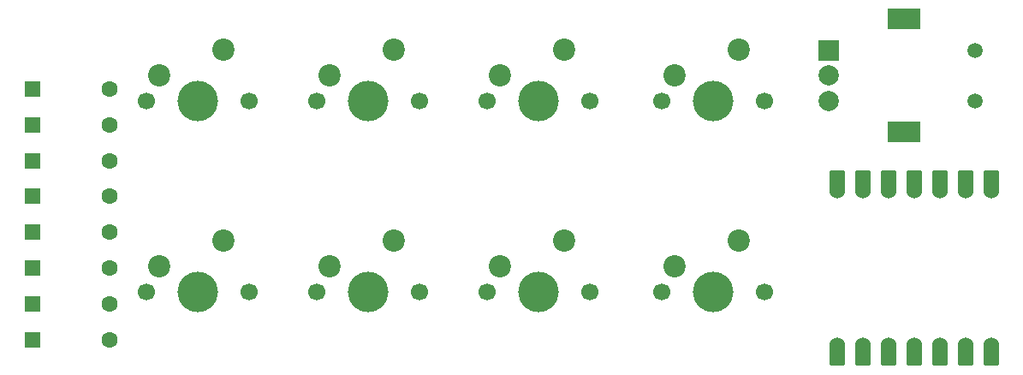
<source format=gts>
G04 #@! TF.GenerationSoftware,KiCad,Pcbnew,9.0.2*
G04 #@! TF.CreationDate,2025-06-25T22:16:46-04:00*
G04 #@! TF.ProjectId,Macropad,4d616372-6f70-4616-942e-6b696361645f,rev?*
G04 #@! TF.SameCoordinates,Original*
G04 #@! TF.FileFunction,Soldermask,Top*
G04 #@! TF.FilePolarity,Negative*
%FSLAX46Y46*%
G04 Gerber Fmt 4.6, Leading zero omitted, Abs format (unit mm)*
G04 Created by KiCad (PCBNEW 9.0.2) date 2025-06-25 22:16:46*
%MOMM*%
%LPD*%
G01*
G04 APERTURE LIST*
G04 Aperture macros list*
%AMRoundRect*
0 Rectangle with rounded corners*
0 $1 Rounding radius*
0 $2 $3 $4 $5 $6 $7 $8 $9 X,Y pos of 4 corners*
0 Add a 4 corners polygon primitive as box body*
4,1,4,$2,$3,$4,$5,$6,$7,$8,$9,$2,$3,0*
0 Add four circle primitives for the rounded corners*
1,1,$1+$1,$2,$3*
1,1,$1+$1,$4,$5*
1,1,$1+$1,$6,$7*
1,1,$1+$1,$8,$9*
0 Add four rect primitives between the rounded corners*
20,1,$1+$1,$2,$3,$4,$5,0*
20,1,$1+$1,$4,$5,$6,$7,0*
20,1,$1+$1,$6,$7,$8,$9,0*
20,1,$1+$1,$8,$9,$2,$3,0*%
G04 Aperture macros list end*
%ADD10RoundRect,0.250000X-0.550000X-0.550000X0.550000X-0.550000X0.550000X0.550000X-0.550000X0.550000X0*%
%ADD11C,1.600000*%
%ADD12C,1.700000*%
%ADD13C,4.000000*%
%ADD14C,2.200000*%
%ADD15C,1.500000*%
%ADD16R,2.000000X2.000000*%
%ADD17C,2.000000*%
%ADD18R,3.200000X2.000000*%
%ADD19RoundRect,0.152400X0.609600X-1.063600X0.609600X1.063600X-0.609600X1.063600X-0.609600X-1.063600X0*%
%ADD20C,1.524000*%
%ADD21RoundRect,0.152400X-0.609600X1.063600X-0.609600X-1.063600X0.609600X-1.063600X0.609600X1.063600X0*%
G04 APERTURE END LIST*
D10*
G04 #@! TO.C,D3*
X87987500Y-75075000D03*
D11*
X95607500Y-75075000D03*
G04 #@! TD*
D10*
G04 #@! TO.C,D4*
X87987500Y-78625000D03*
D11*
X95607500Y-78625000D03*
G04 #@! TD*
D12*
G04 #@! TO.C,SW2*
X99258750Y-88106250D03*
D13*
X104338750Y-88106250D03*
D12*
X109418750Y-88106250D03*
D14*
X106878750Y-83026250D03*
X100528750Y-85566250D03*
G04 #@! TD*
D10*
G04 #@! TO.C,D1*
X87987500Y-67975000D03*
D11*
X95607500Y-67975000D03*
G04 #@! TD*
D12*
G04 #@! TO.C,SW8*
X150235000Y-88106250D03*
D13*
X155315000Y-88106250D03*
D12*
X160395000Y-88106250D03*
D14*
X157855000Y-83026250D03*
X151505000Y-85566250D03*
G04 #@! TD*
D10*
G04 #@! TO.C,D2*
X87987500Y-71525000D03*
D11*
X95607500Y-71525000D03*
G04 #@! TD*
D15*
G04 #@! TO.C,SW9*
X181206250Y-64175000D03*
X181206250Y-69175000D03*
D16*
X166706250Y-64175000D03*
D17*
X166706250Y-69175000D03*
X166706250Y-66675000D03*
D18*
X174206250Y-61075000D03*
X174206250Y-72275000D03*
G04 #@! TD*
D12*
G04 #@! TO.C,SW5*
X132913750Y-69215000D03*
D13*
X137993750Y-69215000D03*
D12*
X143073750Y-69215000D03*
D14*
X140533750Y-64135000D03*
X134183750Y-66675000D03*
G04 #@! TD*
D12*
G04 #@! TO.C,SW3*
X116077500Y-69215000D03*
D13*
X121157500Y-69215000D03*
D12*
X126237500Y-69215000D03*
D14*
X123697500Y-64135000D03*
X117347500Y-66675000D03*
G04 #@! TD*
D10*
G04 #@! TO.C,D7*
X87987500Y-89275000D03*
D11*
X95607500Y-89275000D03*
G04 #@! TD*
D12*
G04 #@! TO.C,SW7*
X150235000Y-69215000D03*
D13*
X155315000Y-69215000D03*
D12*
X160395000Y-69215000D03*
D14*
X157855000Y-64135000D03*
X151505000Y-66675000D03*
G04 #@! TD*
D19*
G04 #@! TO.C,U1*
X182816500Y-77270000D03*
D20*
X182816500Y-78105000D03*
D19*
X180276500Y-77270000D03*
D20*
X180276500Y-78105000D03*
D19*
X177736500Y-77270000D03*
D20*
X177736500Y-78105000D03*
D19*
X175196500Y-77270000D03*
D20*
X175196500Y-78105000D03*
D19*
X172656500Y-77270000D03*
D20*
X172656500Y-78105000D03*
D19*
X170116500Y-77270000D03*
D20*
X170116500Y-78105000D03*
D19*
X167576500Y-77270000D03*
D20*
X167576500Y-78105000D03*
X167576500Y-93345000D03*
D21*
X167576500Y-94180000D03*
D20*
X170116500Y-93345000D03*
D21*
X170116500Y-94180000D03*
D20*
X172656500Y-93345000D03*
D21*
X172656500Y-94180000D03*
D20*
X175196500Y-93345000D03*
D21*
X175196500Y-94180000D03*
D20*
X177736500Y-93345000D03*
D21*
X177736500Y-94180000D03*
D20*
X180276500Y-93345000D03*
D21*
X180276500Y-94180000D03*
D20*
X182816500Y-93345000D03*
D21*
X182816500Y-94180000D03*
G04 #@! TD*
D12*
G04 #@! TO.C,SW1*
X99258750Y-69215000D03*
D13*
X104338750Y-69215000D03*
D12*
X109418750Y-69215000D03*
D14*
X106878750Y-64135000D03*
X100528750Y-66675000D03*
G04 #@! TD*
D12*
G04 #@! TO.C,SW4*
X116077500Y-88106250D03*
D13*
X121157500Y-88106250D03*
D12*
X126237500Y-88106250D03*
D14*
X123697500Y-83026250D03*
X117347500Y-85566250D03*
G04 #@! TD*
D12*
G04 #@! TO.C,SW6*
X132913750Y-88106250D03*
D13*
X137993750Y-88106250D03*
D12*
X143073750Y-88106250D03*
D14*
X140533750Y-83026250D03*
X134183750Y-85566250D03*
G04 #@! TD*
D10*
G04 #@! TO.C,D8*
X87987500Y-92825000D03*
D11*
X95607500Y-92825000D03*
G04 #@! TD*
D10*
G04 #@! TO.C,D6*
X87987500Y-85725000D03*
D11*
X95607500Y-85725000D03*
G04 #@! TD*
D10*
G04 #@! TO.C,D5*
X87987500Y-82175000D03*
D11*
X95607500Y-82175000D03*
G04 #@! TD*
M02*

</source>
